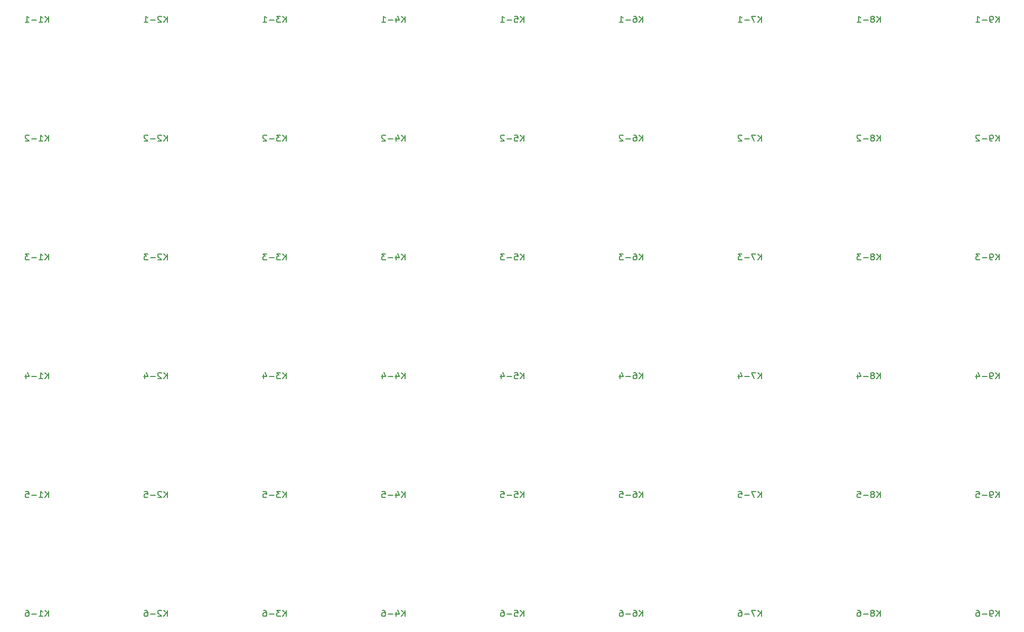
<source format=gbo>
%TF.GenerationSoftware,KiCad,Pcbnew,(5.1.9)-1*%
%TF.CreationDate,2021-04-23T02:49:01-06:00*%
%TF.ProjectId,Right Keyboard,52696768-7420-44b6-9579-626f6172642e,rev?*%
%TF.SameCoordinates,Original*%
%TF.FileFunction,Legend,Bot*%
%TF.FilePolarity,Positive*%
%FSLAX46Y46*%
G04 Gerber Fmt 4.6, Leading zero omitted, Abs format (unit mm)*
G04 Created by KiCad (PCBNEW (5.1.9)-1) date 2021-04-23 02:49:01*
%MOMM*%
%LPD*%
G01*
G04 APERTURE LIST*
%ADD10C,0.200000*%
G04 APERTURE END LIST*
%TO.C,K4-2*%
D10*
X163758333Y-52395380D02*
X163758333Y-51395380D01*
X163186904Y-52395380D02*
X163615476Y-51823952D01*
X163186904Y-51395380D02*
X163758333Y-51966809D01*
X162329761Y-51728714D02*
X162329761Y-52395380D01*
X162567857Y-51347761D02*
X162805952Y-52062047D01*
X162186904Y-52062047D01*
X161805952Y-52014428D02*
X161044047Y-52014428D01*
X160615476Y-51490619D02*
X160567857Y-51443000D01*
X160472619Y-51395380D01*
X160234523Y-51395380D01*
X160139285Y-51443000D01*
X160091666Y-51490619D01*
X160044047Y-51585857D01*
X160044047Y-51681095D01*
X160091666Y-51823952D01*
X160663095Y-52395380D01*
X160044047Y-52395380D01*
%TO.C,K7-6*%
X220908333Y-128595380D02*
X220908333Y-127595380D01*
X220336904Y-128595380D02*
X220765476Y-128023952D01*
X220336904Y-127595380D02*
X220908333Y-128166809D01*
X220003571Y-127595380D02*
X219336904Y-127595380D01*
X219765476Y-128595380D01*
X218955952Y-128214428D02*
X218194047Y-128214428D01*
X217289285Y-127595380D02*
X217479761Y-127595380D01*
X217575000Y-127643000D01*
X217622619Y-127690619D01*
X217717857Y-127833476D01*
X217765476Y-128023952D01*
X217765476Y-128404904D01*
X217717857Y-128500142D01*
X217670238Y-128547761D01*
X217575000Y-128595380D01*
X217384523Y-128595380D01*
X217289285Y-128547761D01*
X217241666Y-128500142D01*
X217194047Y-128404904D01*
X217194047Y-128166809D01*
X217241666Y-128071571D01*
X217289285Y-128023952D01*
X217384523Y-127976333D01*
X217575000Y-127976333D01*
X217670238Y-128023952D01*
X217717857Y-128071571D01*
X217765476Y-128166809D01*
%TO.C,K7-4*%
X220908333Y-90495380D02*
X220908333Y-89495380D01*
X220336904Y-90495380D02*
X220765476Y-89923952D01*
X220336904Y-89495380D02*
X220908333Y-90066809D01*
X220003571Y-89495380D02*
X219336904Y-89495380D01*
X219765476Y-90495380D01*
X218955952Y-90114428D02*
X218194047Y-90114428D01*
X217289285Y-89828714D02*
X217289285Y-90495380D01*
X217527380Y-89447761D02*
X217765476Y-90162047D01*
X217146428Y-90162047D01*
%TO.C,K1-1*%
X106608333Y-33345380D02*
X106608333Y-32345380D01*
X106036904Y-33345380D02*
X106465476Y-32773952D01*
X106036904Y-32345380D02*
X106608333Y-32916809D01*
X105084523Y-33345380D02*
X105655952Y-33345380D01*
X105370238Y-33345380D02*
X105370238Y-32345380D01*
X105465476Y-32488238D01*
X105560714Y-32583476D01*
X105655952Y-32631095D01*
X104655952Y-32964428D02*
X103894047Y-32964428D01*
X102894047Y-33345380D02*
X103465476Y-33345380D01*
X103179761Y-33345380D02*
X103179761Y-32345380D01*
X103275000Y-32488238D01*
X103370238Y-32583476D01*
X103465476Y-32631095D01*
%TO.C,K1-2*%
X106608333Y-52395380D02*
X106608333Y-51395380D01*
X106036904Y-52395380D02*
X106465476Y-51823952D01*
X106036904Y-51395380D02*
X106608333Y-51966809D01*
X105084523Y-52395380D02*
X105655952Y-52395380D01*
X105370238Y-52395380D02*
X105370238Y-51395380D01*
X105465476Y-51538238D01*
X105560714Y-51633476D01*
X105655952Y-51681095D01*
X104655952Y-52014428D02*
X103894047Y-52014428D01*
X103465476Y-51490619D02*
X103417857Y-51443000D01*
X103322619Y-51395380D01*
X103084523Y-51395380D01*
X102989285Y-51443000D01*
X102941666Y-51490619D01*
X102894047Y-51585857D01*
X102894047Y-51681095D01*
X102941666Y-51823952D01*
X103513095Y-52395380D01*
X102894047Y-52395380D01*
%TO.C,K1-3*%
X106608333Y-71445380D02*
X106608333Y-70445380D01*
X106036904Y-71445380D02*
X106465476Y-70873952D01*
X106036904Y-70445380D02*
X106608333Y-71016809D01*
X105084523Y-71445380D02*
X105655952Y-71445380D01*
X105370238Y-71445380D02*
X105370238Y-70445380D01*
X105465476Y-70588238D01*
X105560714Y-70683476D01*
X105655952Y-70731095D01*
X104655952Y-71064428D02*
X103894047Y-71064428D01*
X103513095Y-70445380D02*
X102894047Y-70445380D01*
X103227380Y-70826333D01*
X103084523Y-70826333D01*
X102989285Y-70873952D01*
X102941666Y-70921571D01*
X102894047Y-71016809D01*
X102894047Y-71254904D01*
X102941666Y-71350142D01*
X102989285Y-71397761D01*
X103084523Y-71445380D01*
X103370238Y-71445380D01*
X103465476Y-71397761D01*
X103513095Y-71350142D01*
%TO.C,K1-4*%
X106608333Y-90495380D02*
X106608333Y-89495380D01*
X106036904Y-90495380D02*
X106465476Y-89923952D01*
X106036904Y-89495380D02*
X106608333Y-90066809D01*
X105084523Y-90495380D02*
X105655952Y-90495380D01*
X105370238Y-90495380D02*
X105370238Y-89495380D01*
X105465476Y-89638238D01*
X105560714Y-89733476D01*
X105655952Y-89781095D01*
X104655952Y-90114428D02*
X103894047Y-90114428D01*
X102989285Y-89828714D02*
X102989285Y-90495380D01*
X103227380Y-89447761D02*
X103465476Y-90162047D01*
X102846428Y-90162047D01*
%TO.C,K1-5*%
X106608333Y-109545380D02*
X106608333Y-108545380D01*
X106036904Y-109545380D02*
X106465476Y-108973952D01*
X106036904Y-108545380D02*
X106608333Y-109116809D01*
X105084523Y-109545380D02*
X105655952Y-109545380D01*
X105370238Y-109545380D02*
X105370238Y-108545380D01*
X105465476Y-108688238D01*
X105560714Y-108783476D01*
X105655952Y-108831095D01*
X104655952Y-109164428D02*
X103894047Y-109164428D01*
X102941666Y-108545380D02*
X103417857Y-108545380D01*
X103465476Y-109021571D01*
X103417857Y-108973952D01*
X103322619Y-108926333D01*
X103084523Y-108926333D01*
X102989285Y-108973952D01*
X102941666Y-109021571D01*
X102894047Y-109116809D01*
X102894047Y-109354904D01*
X102941666Y-109450142D01*
X102989285Y-109497761D01*
X103084523Y-109545380D01*
X103322619Y-109545380D01*
X103417857Y-109497761D01*
X103465476Y-109450142D01*
%TO.C,K1-6*%
X106608333Y-128595380D02*
X106608333Y-127595380D01*
X106036904Y-128595380D02*
X106465476Y-128023952D01*
X106036904Y-127595380D02*
X106608333Y-128166809D01*
X105084523Y-128595380D02*
X105655952Y-128595380D01*
X105370238Y-128595380D02*
X105370238Y-127595380D01*
X105465476Y-127738238D01*
X105560714Y-127833476D01*
X105655952Y-127881095D01*
X104655952Y-128214428D02*
X103894047Y-128214428D01*
X102989285Y-127595380D02*
X103179761Y-127595380D01*
X103275000Y-127643000D01*
X103322619Y-127690619D01*
X103417857Y-127833476D01*
X103465476Y-128023952D01*
X103465476Y-128404904D01*
X103417857Y-128500142D01*
X103370238Y-128547761D01*
X103275000Y-128595380D01*
X103084523Y-128595380D01*
X102989285Y-128547761D01*
X102941666Y-128500142D01*
X102894047Y-128404904D01*
X102894047Y-128166809D01*
X102941666Y-128071571D01*
X102989285Y-128023952D01*
X103084523Y-127976333D01*
X103275000Y-127976333D01*
X103370238Y-128023952D01*
X103417857Y-128071571D01*
X103465476Y-128166809D01*
%TO.C,K2-1*%
X125658333Y-33345380D02*
X125658333Y-32345380D01*
X125086904Y-33345380D02*
X125515476Y-32773952D01*
X125086904Y-32345380D02*
X125658333Y-32916809D01*
X124705952Y-32440619D02*
X124658333Y-32393000D01*
X124563095Y-32345380D01*
X124325000Y-32345380D01*
X124229761Y-32393000D01*
X124182142Y-32440619D01*
X124134523Y-32535857D01*
X124134523Y-32631095D01*
X124182142Y-32773952D01*
X124753571Y-33345380D01*
X124134523Y-33345380D01*
X123705952Y-32964428D02*
X122944047Y-32964428D01*
X121944047Y-33345380D02*
X122515476Y-33345380D01*
X122229761Y-33345380D02*
X122229761Y-32345380D01*
X122325000Y-32488238D01*
X122420238Y-32583476D01*
X122515476Y-32631095D01*
%TO.C,K2-2*%
X125658333Y-52395380D02*
X125658333Y-51395380D01*
X125086904Y-52395380D02*
X125515476Y-51823952D01*
X125086904Y-51395380D02*
X125658333Y-51966809D01*
X124705952Y-51490619D02*
X124658333Y-51443000D01*
X124563095Y-51395380D01*
X124325000Y-51395380D01*
X124229761Y-51443000D01*
X124182142Y-51490619D01*
X124134523Y-51585857D01*
X124134523Y-51681095D01*
X124182142Y-51823952D01*
X124753571Y-52395380D01*
X124134523Y-52395380D01*
X123705952Y-52014428D02*
X122944047Y-52014428D01*
X122515476Y-51490619D02*
X122467857Y-51443000D01*
X122372619Y-51395380D01*
X122134523Y-51395380D01*
X122039285Y-51443000D01*
X121991666Y-51490619D01*
X121944047Y-51585857D01*
X121944047Y-51681095D01*
X121991666Y-51823952D01*
X122563095Y-52395380D01*
X121944047Y-52395380D01*
%TO.C,K2-3*%
X125658333Y-71445380D02*
X125658333Y-70445380D01*
X125086904Y-71445380D02*
X125515476Y-70873952D01*
X125086904Y-70445380D02*
X125658333Y-71016809D01*
X124705952Y-70540619D02*
X124658333Y-70493000D01*
X124563095Y-70445380D01*
X124325000Y-70445380D01*
X124229761Y-70493000D01*
X124182142Y-70540619D01*
X124134523Y-70635857D01*
X124134523Y-70731095D01*
X124182142Y-70873952D01*
X124753571Y-71445380D01*
X124134523Y-71445380D01*
X123705952Y-71064428D02*
X122944047Y-71064428D01*
X122563095Y-70445380D02*
X121944047Y-70445380D01*
X122277380Y-70826333D01*
X122134523Y-70826333D01*
X122039285Y-70873952D01*
X121991666Y-70921571D01*
X121944047Y-71016809D01*
X121944047Y-71254904D01*
X121991666Y-71350142D01*
X122039285Y-71397761D01*
X122134523Y-71445380D01*
X122420238Y-71445380D01*
X122515476Y-71397761D01*
X122563095Y-71350142D01*
%TO.C,K2-4*%
X125658333Y-90495380D02*
X125658333Y-89495380D01*
X125086904Y-90495380D02*
X125515476Y-89923952D01*
X125086904Y-89495380D02*
X125658333Y-90066809D01*
X124705952Y-89590619D02*
X124658333Y-89543000D01*
X124563095Y-89495380D01*
X124325000Y-89495380D01*
X124229761Y-89543000D01*
X124182142Y-89590619D01*
X124134523Y-89685857D01*
X124134523Y-89781095D01*
X124182142Y-89923952D01*
X124753571Y-90495380D01*
X124134523Y-90495380D01*
X123705952Y-90114428D02*
X122944047Y-90114428D01*
X122039285Y-89828714D02*
X122039285Y-90495380D01*
X122277380Y-89447761D02*
X122515476Y-90162047D01*
X121896428Y-90162047D01*
%TO.C,K2-5*%
X125658333Y-109545380D02*
X125658333Y-108545380D01*
X125086904Y-109545380D02*
X125515476Y-108973952D01*
X125086904Y-108545380D02*
X125658333Y-109116809D01*
X124705952Y-108640619D02*
X124658333Y-108593000D01*
X124563095Y-108545380D01*
X124325000Y-108545380D01*
X124229761Y-108593000D01*
X124182142Y-108640619D01*
X124134523Y-108735857D01*
X124134523Y-108831095D01*
X124182142Y-108973952D01*
X124753571Y-109545380D01*
X124134523Y-109545380D01*
X123705952Y-109164428D02*
X122944047Y-109164428D01*
X121991666Y-108545380D02*
X122467857Y-108545380D01*
X122515476Y-109021571D01*
X122467857Y-108973952D01*
X122372619Y-108926333D01*
X122134523Y-108926333D01*
X122039285Y-108973952D01*
X121991666Y-109021571D01*
X121944047Y-109116809D01*
X121944047Y-109354904D01*
X121991666Y-109450142D01*
X122039285Y-109497761D01*
X122134523Y-109545380D01*
X122372619Y-109545380D01*
X122467857Y-109497761D01*
X122515476Y-109450142D01*
%TO.C,K2-6*%
X125658333Y-128595380D02*
X125658333Y-127595380D01*
X125086904Y-128595380D02*
X125515476Y-128023952D01*
X125086904Y-127595380D02*
X125658333Y-128166809D01*
X124705952Y-127690619D02*
X124658333Y-127643000D01*
X124563095Y-127595380D01*
X124325000Y-127595380D01*
X124229761Y-127643000D01*
X124182142Y-127690619D01*
X124134523Y-127785857D01*
X124134523Y-127881095D01*
X124182142Y-128023952D01*
X124753571Y-128595380D01*
X124134523Y-128595380D01*
X123705952Y-128214428D02*
X122944047Y-128214428D01*
X122039285Y-127595380D02*
X122229761Y-127595380D01*
X122325000Y-127643000D01*
X122372619Y-127690619D01*
X122467857Y-127833476D01*
X122515476Y-128023952D01*
X122515476Y-128404904D01*
X122467857Y-128500142D01*
X122420238Y-128547761D01*
X122325000Y-128595380D01*
X122134523Y-128595380D01*
X122039285Y-128547761D01*
X121991666Y-128500142D01*
X121944047Y-128404904D01*
X121944047Y-128166809D01*
X121991666Y-128071571D01*
X122039285Y-128023952D01*
X122134523Y-127976333D01*
X122325000Y-127976333D01*
X122420238Y-128023952D01*
X122467857Y-128071571D01*
X122515476Y-128166809D01*
%TO.C,K3-1*%
X144708333Y-33345380D02*
X144708333Y-32345380D01*
X144136904Y-33345380D02*
X144565476Y-32773952D01*
X144136904Y-32345380D02*
X144708333Y-32916809D01*
X143803571Y-32345380D02*
X143184523Y-32345380D01*
X143517857Y-32726333D01*
X143375000Y-32726333D01*
X143279761Y-32773952D01*
X143232142Y-32821571D01*
X143184523Y-32916809D01*
X143184523Y-33154904D01*
X143232142Y-33250142D01*
X143279761Y-33297761D01*
X143375000Y-33345380D01*
X143660714Y-33345380D01*
X143755952Y-33297761D01*
X143803571Y-33250142D01*
X142755952Y-32964428D02*
X141994047Y-32964428D01*
X140994047Y-33345380D02*
X141565476Y-33345380D01*
X141279761Y-33345380D02*
X141279761Y-32345380D01*
X141375000Y-32488238D01*
X141470238Y-32583476D01*
X141565476Y-32631095D01*
%TO.C,K3-2*%
X144708333Y-52395380D02*
X144708333Y-51395380D01*
X144136904Y-52395380D02*
X144565476Y-51823952D01*
X144136904Y-51395380D02*
X144708333Y-51966809D01*
X143803571Y-51395380D02*
X143184523Y-51395380D01*
X143517857Y-51776333D01*
X143375000Y-51776333D01*
X143279761Y-51823952D01*
X143232142Y-51871571D01*
X143184523Y-51966809D01*
X143184523Y-52204904D01*
X143232142Y-52300142D01*
X143279761Y-52347761D01*
X143375000Y-52395380D01*
X143660714Y-52395380D01*
X143755952Y-52347761D01*
X143803571Y-52300142D01*
X142755952Y-52014428D02*
X141994047Y-52014428D01*
X141565476Y-51490619D02*
X141517857Y-51443000D01*
X141422619Y-51395380D01*
X141184523Y-51395380D01*
X141089285Y-51443000D01*
X141041666Y-51490619D01*
X140994047Y-51585857D01*
X140994047Y-51681095D01*
X141041666Y-51823952D01*
X141613095Y-52395380D01*
X140994047Y-52395380D01*
%TO.C,K3-3*%
X144708333Y-71445380D02*
X144708333Y-70445380D01*
X144136904Y-71445380D02*
X144565476Y-70873952D01*
X144136904Y-70445380D02*
X144708333Y-71016809D01*
X143803571Y-70445380D02*
X143184523Y-70445380D01*
X143517857Y-70826333D01*
X143375000Y-70826333D01*
X143279761Y-70873952D01*
X143232142Y-70921571D01*
X143184523Y-71016809D01*
X143184523Y-71254904D01*
X143232142Y-71350142D01*
X143279761Y-71397761D01*
X143375000Y-71445380D01*
X143660714Y-71445380D01*
X143755952Y-71397761D01*
X143803571Y-71350142D01*
X142755952Y-71064428D02*
X141994047Y-71064428D01*
X141613095Y-70445380D02*
X140994047Y-70445380D01*
X141327380Y-70826333D01*
X141184523Y-70826333D01*
X141089285Y-70873952D01*
X141041666Y-70921571D01*
X140994047Y-71016809D01*
X140994047Y-71254904D01*
X141041666Y-71350142D01*
X141089285Y-71397761D01*
X141184523Y-71445380D01*
X141470238Y-71445380D01*
X141565476Y-71397761D01*
X141613095Y-71350142D01*
%TO.C,K3-4*%
X144708333Y-90495380D02*
X144708333Y-89495380D01*
X144136904Y-90495380D02*
X144565476Y-89923952D01*
X144136904Y-89495380D02*
X144708333Y-90066809D01*
X143803571Y-89495380D02*
X143184523Y-89495380D01*
X143517857Y-89876333D01*
X143375000Y-89876333D01*
X143279761Y-89923952D01*
X143232142Y-89971571D01*
X143184523Y-90066809D01*
X143184523Y-90304904D01*
X143232142Y-90400142D01*
X143279761Y-90447761D01*
X143375000Y-90495380D01*
X143660714Y-90495380D01*
X143755952Y-90447761D01*
X143803571Y-90400142D01*
X142755952Y-90114428D02*
X141994047Y-90114428D01*
X141089285Y-89828714D02*
X141089285Y-90495380D01*
X141327380Y-89447761D02*
X141565476Y-90162047D01*
X140946428Y-90162047D01*
%TO.C,K3-5*%
X144708333Y-109545380D02*
X144708333Y-108545380D01*
X144136904Y-109545380D02*
X144565476Y-108973952D01*
X144136904Y-108545380D02*
X144708333Y-109116809D01*
X143803571Y-108545380D02*
X143184523Y-108545380D01*
X143517857Y-108926333D01*
X143375000Y-108926333D01*
X143279761Y-108973952D01*
X143232142Y-109021571D01*
X143184523Y-109116809D01*
X143184523Y-109354904D01*
X143232142Y-109450142D01*
X143279761Y-109497761D01*
X143375000Y-109545380D01*
X143660714Y-109545380D01*
X143755952Y-109497761D01*
X143803571Y-109450142D01*
X142755952Y-109164428D02*
X141994047Y-109164428D01*
X141041666Y-108545380D02*
X141517857Y-108545380D01*
X141565476Y-109021571D01*
X141517857Y-108973952D01*
X141422619Y-108926333D01*
X141184523Y-108926333D01*
X141089285Y-108973952D01*
X141041666Y-109021571D01*
X140994047Y-109116809D01*
X140994047Y-109354904D01*
X141041666Y-109450142D01*
X141089285Y-109497761D01*
X141184523Y-109545380D01*
X141422619Y-109545380D01*
X141517857Y-109497761D01*
X141565476Y-109450142D01*
%TO.C,K3-6*%
X144708333Y-128595380D02*
X144708333Y-127595380D01*
X144136904Y-128595380D02*
X144565476Y-128023952D01*
X144136904Y-127595380D02*
X144708333Y-128166809D01*
X143803571Y-127595380D02*
X143184523Y-127595380D01*
X143517857Y-127976333D01*
X143375000Y-127976333D01*
X143279761Y-128023952D01*
X143232142Y-128071571D01*
X143184523Y-128166809D01*
X143184523Y-128404904D01*
X143232142Y-128500142D01*
X143279761Y-128547761D01*
X143375000Y-128595380D01*
X143660714Y-128595380D01*
X143755952Y-128547761D01*
X143803571Y-128500142D01*
X142755952Y-128214428D02*
X141994047Y-128214428D01*
X141089285Y-127595380D02*
X141279761Y-127595380D01*
X141375000Y-127643000D01*
X141422619Y-127690619D01*
X141517857Y-127833476D01*
X141565476Y-128023952D01*
X141565476Y-128404904D01*
X141517857Y-128500142D01*
X141470238Y-128547761D01*
X141375000Y-128595380D01*
X141184523Y-128595380D01*
X141089285Y-128547761D01*
X141041666Y-128500142D01*
X140994047Y-128404904D01*
X140994047Y-128166809D01*
X141041666Y-128071571D01*
X141089285Y-128023952D01*
X141184523Y-127976333D01*
X141375000Y-127976333D01*
X141470238Y-128023952D01*
X141517857Y-128071571D01*
X141565476Y-128166809D01*
%TO.C,K4-1*%
X163758333Y-33345380D02*
X163758333Y-32345380D01*
X163186904Y-33345380D02*
X163615476Y-32773952D01*
X163186904Y-32345380D02*
X163758333Y-32916809D01*
X162329761Y-32678714D02*
X162329761Y-33345380D01*
X162567857Y-32297761D02*
X162805952Y-33012047D01*
X162186904Y-33012047D01*
X161805952Y-32964428D02*
X161044047Y-32964428D01*
X160044047Y-33345380D02*
X160615476Y-33345380D01*
X160329761Y-33345380D02*
X160329761Y-32345380D01*
X160425000Y-32488238D01*
X160520238Y-32583476D01*
X160615476Y-32631095D01*
%TO.C,K4-3*%
X163758333Y-71445380D02*
X163758333Y-70445380D01*
X163186904Y-71445380D02*
X163615476Y-70873952D01*
X163186904Y-70445380D02*
X163758333Y-71016809D01*
X162329761Y-70778714D02*
X162329761Y-71445380D01*
X162567857Y-70397761D02*
X162805952Y-71112047D01*
X162186904Y-71112047D01*
X161805952Y-71064428D02*
X161044047Y-71064428D01*
X160663095Y-70445380D02*
X160044047Y-70445380D01*
X160377380Y-70826333D01*
X160234523Y-70826333D01*
X160139285Y-70873952D01*
X160091666Y-70921571D01*
X160044047Y-71016809D01*
X160044047Y-71254904D01*
X160091666Y-71350142D01*
X160139285Y-71397761D01*
X160234523Y-71445380D01*
X160520238Y-71445380D01*
X160615476Y-71397761D01*
X160663095Y-71350142D01*
%TO.C,K4-4*%
X163758333Y-90495380D02*
X163758333Y-89495380D01*
X163186904Y-90495380D02*
X163615476Y-89923952D01*
X163186904Y-89495380D02*
X163758333Y-90066809D01*
X162329761Y-89828714D02*
X162329761Y-90495380D01*
X162567857Y-89447761D02*
X162805952Y-90162047D01*
X162186904Y-90162047D01*
X161805952Y-90114428D02*
X161044047Y-90114428D01*
X160139285Y-89828714D02*
X160139285Y-90495380D01*
X160377380Y-89447761D02*
X160615476Y-90162047D01*
X159996428Y-90162047D01*
%TO.C,K4-5*%
X163758333Y-109545380D02*
X163758333Y-108545380D01*
X163186904Y-109545380D02*
X163615476Y-108973952D01*
X163186904Y-108545380D02*
X163758333Y-109116809D01*
X162329761Y-108878714D02*
X162329761Y-109545380D01*
X162567857Y-108497761D02*
X162805952Y-109212047D01*
X162186904Y-109212047D01*
X161805952Y-109164428D02*
X161044047Y-109164428D01*
X160091666Y-108545380D02*
X160567857Y-108545380D01*
X160615476Y-109021571D01*
X160567857Y-108973952D01*
X160472619Y-108926333D01*
X160234523Y-108926333D01*
X160139285Y-108973952D01*
X160091666Y-109021571D01*
X160044047Y-109116809D01*
X160044047Y-109354904D01*
X160091666Y-109450142D01*
X160139285Y-109497761D01*
X160234523Y-109545380D01*
X160472619Y-109545380D01*
X160567857Y-109497761D01*
X160615476Y-109450142D01*
%TO.C,K4-6*%
X163758333Y-128595380D02*
X163758333Y-127595380D01*
X163186904Y-128595380D02*
X163615476Y-128023952D01*
X163186904Y-127595380D02*
X163758333Y-128166809D01*
X162329761Y-127928714D02*
X162329761Y-128595380D01*
X162567857Y-127547761D02*
X162805952Y-128262047D01*
X162186904Y-128262047D01*
X161805952Y-128214428D02*
X161044047Y-128214428D01*
X160139285Y-127595380D02*
X160329761Y-127595380D01*
X160425000Y-127643000D01*
X160472619Y-127690619D01*
X160567857Y-127833476D01*
X160615476Y-128023952D01*
X160615476Y-128404904D01*
X160567857Y-128500142D01*
X160520238Y-128547761D01*
X160425000Y-128595380D01*
X160234523Y-128595380D01*
X160139285Y-128547761D01*
X160091666Y-128500142D01*
X160044047Y-128404904D01*
X160044047Y-128166809D01*
X160091666Y-128071571D01*
X160139285Y-128023952D01*
X160234523Y-127976333D01*
X160425000Y-127976333D01*
X160520238Y-128023952D01*
X160567857Y-128071571D01*
X160615476Y-128166809D01*
%TO.C,K5-1*%
X182808333Y-33345380D02*
X182808333Y-32345380D01*
X182236904Y-33345380D02*
X182665476Y-32773952D01*
X182236904Y-32345380D02*
X182808333Y-32916809D01*
X181332142Y-32345380D02*
X181808333Y-32345380D01*
X181855952Y-32821571D01*
X181808333Y-32773952D01*
X181713095Y-32726333D01*
X181475000Y-32726333D01*
X181379761Y-32773952D01*
X181332142Y-32821571D01*
X181284523Y-32916809D01*
X181284523Y-33154904D01*
X181332142Y-33250142D01*
X181379761Y-33297761D01*
X181475000Y-33345380D01*
X181713095Y-33345380D01*
X181808333Y-33297761D01*
X181855952Y-33250142D01*
X180855952Y-32964428D02*
X180094047Y-32964428D01*
X179094047Y-33345380D02*
X179665476Y-33345380D01*
X179379761Y-33345380D02*
X179379761Y-32345380D01*
X179475000Y-32488238D01*
X179570238Y-32583476D01*
X179665476Y-32631095D01*
%TO.C,K5-2*%
X182808333Y-52395380D02*
X182808333Y-51395380D01*
X182236904Y-52395380D02*
X182665476Y-51823952D01*
X182236904Y-51395380D02*
X182808333Y-51966809D01*
X181332142Y-51395380D02*
X181808333Y-51395380D01*
X181855952Y-51871571D01*
X181808333Y-51823952D01*
X181713095Y-51776333D01*
X181475000Y-51776333D01*
X181379761Y-51823952D01*
X181332142Y-51871571D01*
X181284523Y-51966809D01*
X181284523Y-52204904D01*
X181332142Y-52300142D01*
X181379761Y-52347761D01*
X181475000Y-52395380D01*
X181713095Y-52395380D01*
X181808333Y-52347761D01*
X181855952Y-52300142D01*
X180855952Y-52014428D02*
X180094047Y-52014428D01*
X179665476Y-51490619D02*
X179617857Y-51443000D01*
X179522619Y-51395380D01*
X179284523Y-51395380D01*
X179189285Y-51443000D01*
X179141666Y-51490619D01*
X179094047Y-51585857D01*
X179094047Y-51681095D01*
X179141666Y-51823952D01*
X179713095Y-52395380D01*
X179094047Y-52395380D01*
%TO.C,K5-3*%
X182808333Y-71445380D02*
X182808333Y-70445380D01*
X182236904Y-71445380D02*
X182665476Y-70873952D01*
X182236904Y-70445380D02*
X182808333Y-71016809D01*
X181332142Y-70445380D02*
X181808333Y-70445380D01*
X181855952Y-70921571D01*
X181808333Y-70873952D01*
X181713095Y-70826333D01*
X181475000Y-70826333D01*
X181379761Y-70873952D01*
X181332142Y-70921571D01*
X181284523Y-71016809D01*
X181284523Y-71254904D01*
X181332142Y-71350142D01*
X181379761Y-71397761D01*
X181475000Y-71445380D01*
X181713095Y-71445380D01*
X181808333Y-71397761D01*
X181855952Y-71350142D01*
X180855952Y-71064428D02*
X180094047Y-71064428D01*
X179713095Y-70445380D02*
X179094047Y-70445380D01*
X179427380Y-70826333D01*
X179284523Y-70826333D01*
X179189285Y-70873952D01*
X179141666Y-70921571D01*
X179094047Y-71016809D01*
X179094047Y-71254904D01*
X179141666Y-71350142D01*
X179189285Y-71397761D01*
X179284523Y-71445380D01*
X179570238Y-71445380D01*
X179665476Y-71397761D01*
X179713095Y-71350142D01*
%TO.C,K5-4*%
X182808333Y-90495380D02*
X182808333Y-89495380D01*
X182236904Y-90495380D02*
X182665476Y-89923952D01*
X182236904Y-89495380D02*
X182808333Y-90066809D01*
X181332142Y-89495380D02*
X181808333Y-89495380D01*
X181855952Y-89971571D01*
X181808333Y-89923952D01*
X181713095Y-89876333D01*
X181475000Y-89876333D01*
X181379761Y-89923952D01*
X181332142Y-89971571D01*
X181284523Y-90066809D01*
X181284523Y-90304904D01*
X181332142Y-90400142D01*
X181379761Y-90447761D01*
X181475000Y-90495380D01*
X181713095Y-90495380D01*
X181808333Y-90447761D01*
X181855952Y-90400142D01*
X180855952Y-90114428D02*
X180094047Y-90114428D01*
X179189285Y-89828714D02*
X179189285Y-90495380D01*
X179427380Y-89447761D02*
X179665476Y-90162047D01*
X179046428Y-90162047D01*
%TO.C,K5-5*%
X182808333Y-109545380D02*
X182808333Y-108545380D01*
X182236904Y-109545380D02*
X182665476Y-108973952D01*
X182236904Y-108545380D02*
X182808333Y-109116809D01*
X181332142Y-108545380D02*
X181808333Y-108545380D01*
X181855952Y-109021571D01*
X181808333Y-108973952D01*
X181713095Y-108926333D01*
X181475000Y-108926333D01*
X181379761Y-108973952D01*
X181332142Y-109021571D01*
X181284523Y-109116809D01*
X181284523Y-109354904D01*
X181332142Y-109450142D01*
X181379761Y-109497761D01*
X181475000Y-109545380D01*
X181713095Y-109545380D01*
X181808333Y-109497761D01*
X181855952Y-109450142D01*
X180855952Y-109164428D02*
X180094047Y-109164428D01*
X179141666Y-108545380D02*
X179617857Y-108545380D01*
X179665476Y-109021571D01*
X179617857Y-108973952D01*
X179522619Y-108926333D01*
X179284523Y-108926333D01*
X179189285Y-108973952D01*
X179141666Y-109021571D01*
X179094047Y-109116809D01*
X179094047Y-109354904D01*
X179141666Y-109450142D01*
X179189285Y-109497761D01*
X179284523Y-109545380D01*
X179522619Y-109545380D01*
X179617857Y-109497761D01*
X179665476Y-109450142D01*
%TO.C,K5-6*%
X182808333Y-128595380D02*
X182808333Y-127595380D01*
X182236904Y-128595380D02*
X182665476Y-128023952D01*
X182236904Y-127595380D02*
X182808333Y-128166809D01*
X181332142Y-127595380D02*
X181808333Y-127595380D01*
X181855952Y-128071571D01*
X181808333Y-128023952D01*
X181713095Y-127976333D01*
X181475000Y-127976333D01*
X181379761Y-128023952D01*
X181332142Y-128071571D01*
X181284523Y-128166809D01*
X181284523Y-128404904D01*
X181332142Y-128500142D01*
X181379761Y-128547761D01*
X181475000Y-128595380D01*
X181713095Y-128595380D01*
X181808333Y-128547761D01*
X181855952Y-128500142D01*
X180855952Y-128214428D02*
X180094047Y-128214428D01*
X179189285Y-127595380D02*
X179379761Y-127595380D01*
X179475000Y-127643000D01*
X179522619Y-127690619D01*
X179617857Y-127833476D01*
X179665476Y-128023952D01*
X179665476Y-128404904D01*
X179617857Y-128500142D01*
X179570238Y-128547761D01*
X179475000Y-128595380D01*
X179284523Y-128595380D01*
X179189285Y-128547761D01*
X179141666Y-128500142D01*
X179094047Y-128404904D01*
X179094047Y-128166809D01*
X179141666Y-128071571D01*
X179189285Y-128023952D01*
X179284523Y-127976333D01*
X179475000Y-127976333D01*
X179570238Y-128023952D01*
X179617857Y-128071571D01*
X179665476Y-128166809D01*
%TO.C,K6-1*%
X201858333Y-33345380D02*
X201858333Y-32345380D01*
X201286904Y-33345380D02*
X201715476Y-32773952D01*
X201286904Y-32345380D02*
X201858333Y-32916809D01*
X200429761Y-32345380D02*
X200620238Y-32345380D01*
X200715476Y-32393000D01*
X200763095Y-32440619D01*
X200858333Y-32583476D01*
X200905952Y-32773952D01*
X200905952Y-33154904D01*
X200858333Y-33250142D01*
X200810714Y-33297761D01*
X200715476Y-33345380D01*
X200525000Y-33345380D01*
X200429761Y-33297761D01*
X200382142Y-33250142D01*
X200334523Y-33154904D01*
X200334523Y-32916809D01*
X200382142Y-32821571D01*
X200429761Y-32773952D01*
X200525000Y-32726333D01*
X200715476Y-32726333D01*
X200810714Y-32773952D01*
X200858333Y-32821571D01*
X200905952Y-32916809D01*
X199905952Y-32964428D02*
X199144047Y-32964428D01*
X198144047Y-33345380D02*
X198715476Y-33345380D01*
X198429761Y-33345380D02*
X198429761Y-32345380D01*
X198525000Y-32488238D01*
X198620238Y-32583476D01*
X198715476Y-32631095D01*
%TO.C,K6-2*%
X201858333Y-52395380D02*
X201858333Y-51395380D01*
X201286904Y-52395380D02*
X201715476Y-51823952D01*
X201286904Y-51395380D02*
X201858333Y-51966809D01*
X200429761Y-51395380D02*
X200620238Y-51395380D01*
X200715476Y-51443000D01*
X200763095Y-51490619D01*
X200858333Y-51633476D01*
X200905952Y-51823952D01*
X200905952Y-52204904D01*
X200858333Y-52300142D01*
X200810714Y-52347761D01*
X200715476Y-52395380D01*
X200525000Y-52395380D01*
X200429761Y-52347761D01*
X200382142Y-52300142D01*
X200334523Y-52204904D01*
X200334523Y-51966809D01*
X200382142Y-51871571D01*
X200429761Y-51823952D01*
X200525000Y-51776333D01*
X200715476Y-51776333D01*
X200810714Y-51823952D01*
X200858333Y-51871571D01*
X200905952Y-51966809D01*
X199905952Y-52014428D02*
X199144047Y-52014428D01*
X198715476Y-51490619D02*
X198667857Y-51443000D01*
X198572619Y-51395380D01*
X198334523Y-51395380D01*
X198239285Y-51443000D01*
X198191666Y-51490619D01*
X198144047Y-51585857D01*
X198144047Y-51681095D01*
X198191666Y-51823952D01*
X198763095Y-52395380D01*
X198144047Y-52395380D01*
%TO.C,K6-3*%
X201858333Y-71445380D02*
X201858333Y-70445380D01*
X201286904Y-71445380D02*
X201715476Y-70873952D01*
X201286904Y-70445380D02*
X201858333Y-71016809D01*
X200429761Y-70445380D02*
X200620238Y-70445380D01*
X200715476Y-70493000D01*
X200763095Y-70540619D01*
X200858333Y-70683476D01*
X200905952Y-70873952D01*
X200905952Y-71254904D01*
X200858333Y-71350142D01*
X200810714Y-71397761D01*
X200715476Y-71445380D01*
X200525000Y-71445380D01*
X200429761Y-71397761D01*
X200382142Y-71350142D01*
X200334523Y-71254904D01*
X200334523Y-71016809D01*
X200382142Y-70921571D01*
X200429761Y-70873952D01*
X200525000Y-70826333D01*
X200715476Y-70826333D01*
X200810714Y-70873952D01*
X200858333Y-70921571D01*
X200905952Y-71016809D01*
X199905952Y-71064428D02*
X199144047Y-71064428D01*
X198763095Y-70445380D02*
X198144047Y-70445380D01*
X198477380Y-70826333D01*
X198334523Y-70826333D01*
X198239285Y-70873952D01*
X198191666Y-70921571D01*
X198144047Y-71016809D01*
X198144047Y-71254904D01*
X198191666Y-71350142D01*
X198239285Y-71397761D01*
X198334523Y-71445380D01*
X198620238Y-71445380D01*
X198715476Y-71397761D01*
X198763095Y-71350142D01*
%TO.C,K6-4*%
X201858333Y-90495380D02*
X201858333Y-89495380D01*
X201286904Y-90495380D02*
X201715476Y-89923952D01*
X201286904Y-89495380D02*
X201858333Y-90066809D01*
X200429761Y-89495380D02*
X200620238Y-89495380D01*
X200715476Y-89543000D01*
X200763095Y-89590619D01*
X200858333Y-89733476D01*
X200905952Y-89923952D01*
X200905952Y-90304904D01*
X200858333Y-90400142D01*
X200810714Y-90447761D01*
X200715476Y-90495380D01*
X200525000Y-90495380D01*
X200429761Y-90447761D01*
X200382142Y-90400142D01*
X200334523Y-90304904D01*
X200334523Y-90066809D01*
X200382142Y-89971571D01*
X200429761Y-89923952D01*
X200525000Y-89876333D01*
X200715476Y-89876333D01*
X200810714Y-89923952D01*
X200858333Y-89971571D01*
X200905952Y-90066809D01*
X199905952Y-90114428D02*
X199144047Y-90114428D01*
X198239285Y-89828714D02*
X198239285Y-90495380D01*
X198477380Y-89447761D02*
X198715476Y-90162047D01*
X198096428Y-90162047D01*
%TO.C,K6-5*%
X201858333Y-109545380D02*
X201858333Y-108545380D01*
X201286904Y-109545380D02*
X201715476Y-108973952D01*
X201286904Y-108545380D02*
X201858333Y-109116809D01*
X200429761Y-108545380D02*
X200620238Y-108545380D01*
X200715476Y-108593000D01*
X200763095Y-108640619D01*
X200858333Y-108783476D01*
X200905952Y-108973952D01*
X200905952Y-109354904D01*
X200858333Y-109450142D01*
X200810714Y-109497761D01*
X200715476Y-109545380D01*
X200525000Y-109545380D01*
X200429761Y-109497761D01*
X200382142Y-109450142D01*
X200334523Y-109354904D01*
X200334523Y-109116809D01*
X200382142Y-109021571D01*
X200429761Y-108973952D01*
X200525000Y-108926333D01*
X200715476Y-108926333D01*
X200810714Y-108973952D01*
X200858333Y-109021571D01*
X200905952Y-109116809D01*
X199905952Y-109164428D02*
X199144047Y-109164428D01*
X198191666Y-108545380D02*
X198667857Y-108545380D01*
X198715476Y-109021571D01*
X198667857Y-108973952D01*
X198572619Y-108926333D01*
X198334523Y-108926333D01*
X198239285Y-108973952D01*
X198191666Y-109021571D01*
X198144047Y-109116809D01*
X198144047Y-109354904D01*
X198191666Y-109450142D01*
X198239285Y-109497761D01*
X198334523Y-109545380D01*
X198572619Y-109545380D01*
X198667857Y-109497761D01*
X198715476Y-109450142D01*
%TO.C,K6-6*%
X201858333Y-128595380D02*
X201858333Y-127595380D01*
X201286904Y-128595380D02*
X201715476Y-128023952D01*
X201286904Y-127595380D02*
X201858333Y-128166809D01*
X200429761Y-127595380D02*
X200620238Y-127595380D01*
X200715476Y-127643000D01*
X200763095Y-127690619D01*
X200858333Y-127833476D01*
X200905952Y-128023952D01*
X200905952Y-128404904D01*
X200858333Y-128500142D01*
X200810714Y-128547761D01*
X200715476Y-128595380D01*
X200525000Y-128595380D01*
X200429761Y-128547761D01*
X200382142Y-128500142D01*
X200334523Y-128404904D01*
X200334523Y-128166809D01*
X200382142Y-128071571D01*
X200429761Y-128023952D01*
X200525000Y-127976333D01*
X200715476Y-127976333D01*
X200810714Y-128023952D01*
X200858333Y-128071571D01*
X200905952Y-128166809D01*
X199905952Y-128214428D02*
X199144047Y-128214428D01*
X198239285Y-127595380D02*
X198429761Y-127595380D01*
X198525000Y-127643000D01*
X198572619Y-127690619D01*
X198667857Y-127833476D01*
X198715476Y-128023952D01*
X198715476Y-128404904D01*
X198667857Y-128500142D01*
X198620238Y-128547761D01*
X198525000Y-128595380D01*
X198334523Y-128595380D01*
X198239285Y-128547761D01*
X198191666Y-128500142D01*
X198144047Y-128404904D01*
X198144047Y-128166809D01*
X198191666Y-128071571D01*
X198239285Y-128023952D01*
X198334523Y-127976333D01*
X198525000Y-127976333D01*
X198620238Y-128023952D01*
X198667857Y-128071571D01*
X198715476Y-128166809D01*
%TO.C,K7-1*%
X220908333Y-33345380D02*
X220908333Y-32345380D01*
X220336904Y-33345380D02*
X220765476Y-32773952D01*
X220336904Y-32345380D02*
X220908333Y-32916809D01*
X220003571Y-32345380D02*
X219336904Y-32345380D01*
X219765476Y-33345380D01*
X218955952Y-32964428D02*
X218194047Y-32964428D01*
X217194047Y-33345380D02*
X217765476Y-33345380D01*
X217479761Y-33345380D02*
X217479761Y-32345380D01*
X217575000Y-32488238D01*
X217670238Y-32583476D01*
X217765476Y-32631095D01*
%TO.C,K7-2*%
X220908333Y-52395380D02*
X220908333Y-51395380D01*
X220336904Y-52395380D02*
X220765476Y-51823952D01*
X220336904Y-51395380D02*
X220908333Y-51966809D01*
X220003571Y-51395380D02*
X219336904Y-51395380D01*
X219765476Y-52395380D01*
X218955952Y-52014428D02*
X218194047Y-52014428D01*
X217765476Y-51490619D02*
X217717857Y-51443000D01*
X217622619Y-51395380D01*
X217384523Y-51395380D01*
X217289285Y-51443000D01*
X217241666Y-51490619D01*
X217194047Y-51585857D01*
X217194047Y-51681095D01*
X217241666Y-51823952D01*
X217813095Y-52395380D01*
X217194047Y-52395380D01*
%TO.C,K7-3*%
X220908333Y-71445380D02*
X220908333Y-70445380D01*
X220336904Y-71445380D02*
X220765476Y-70873952D01*
X220336904Y-70445380D02*
X220908333Y-71016809D01*
X220003571Y-70445380D02*
X219336904Y-70445380D01*
X219765476Y-71445380D01*
X218955952Y-71064428D02*
X218194047Y-71064428D01*
X217813095Y-70445380D02*
X217194047Y-70445380D01*
X217527380Y-70826333D01*
X217384523Y-70826333D01*
X217289285Y-70873952D01*
X217241666Y-70921571D01*
X217194047Y-71016809D01*
X217194047Y-71254904D01*
X217241666Y-71350142D01*
X217289285Y-71397761D01*
X217384523Y-71445380D01*
X217670238Y-71445380D01*
X217765476Y-71397761D01*
X217813095Y-71350142D01*
%TO.C,K7-5*%
X220908333Y-109545380D02*
X220908333Y-108545380D01*
X220336904Y-109545380D02*
X220765476Y-108973952D01*
X220336904Y-108545380D02*
X220908333Y-109116809D01*
X220003571Y-108545380D02*
X219336904Y-108545380D01*
X219765476Y-109545380D01*
X218955952Y-109164428D02*
X218194047Y-109164428D01*
X217241666Y-108545380D02*
X217717857Y-108545380D01*
X217765476Y-109021571D01*
X217717857Y-108973952D01*
X217622619Y-108926333D01*
X217384523Y-108926333D01*
X217289285Y-108973952D01*
X217241666Y-109021571D01*
X217194047Y-109116809D01*
X217194047Y-109354904D01*
X217241666Y-109450142D01*
X217289285Y-109497761D01*
X217384523Y-109545380D01*
X217622619Y-109545380D01*
X217717857Y-109497761D01*
X217765476Y-109450142D01*
%TO.C,K8-1*%
X239958333Y-33345380D02*
X239958333Y-32345380D01*
X239386904Y-33345380D02*
X239815476Y-32773952D01*
X239386904Y-32345380D02*
X239958333Y-32916809D01*
X238815476Y-32773952D02*
X238910714Y-32726333D01*
X238958333Y-32678714D01*
X239005952Y-32583476D01*
X239005952Y-32535857D01*
X238958333Y-32440619D01*
X238910714Y-32393000D01*
X238815476Y-32345380D01*
X238625000Y-32345380D01*
X238529761Y-32393000D01*
X238482142Y-32440619D01*
X238434523Y-32535857D01*
X238434523Y-32583476D01*
X238482142Y-32678714D01*
X238529761Y-32726333D01*
X238625000Y-32773952D01*
X238815476Y-32773952D01*
X238910714Y-32821571D01*
X238958333Y-32869190D01*
X239005952Y-32964428D01*
X239005952Y-33154904D01*
X238958333Y-33250142D01*
X238910714Y-33297761D01*
X238815476Y-33345380D01*
X238625000Y-33345380D01*
X238529761Y-33297761D01*
X238482142Y-33250142D01*
X238434523Y-33154904D01*
X238434523Y-32964428D01*
X238482142Y-32869190D01*
X238529761Y-32821571D01*
X238625000Y-32773952D01*
X238005952Y-32964428D02*
X237244047Y-32964428D01*
X236244047Y-33345380D02*
X236815476Y-33345380D01*
X236529761Y-33345380D02*
X236529761Y-32345380D01*
X236625000Y-32488238D01*
X236720238Y-32583476D01*
X236815476Y-32631095D01*
%TO.C,K8-2*%
X239958333Y-52395380D02*
X239958333Y-51395380D01*
X239386904Y-52395380D02*
X239815476Y-51823952D01*
X239386904Y-51395380D02*
X239958333Y-51966809D01*
X238815476Y-51823952D02*
X238910714Y-51776333D01*
X238958333Y-51728714D01*
X239005952Y-51633476D01*
X239005952Y-51585857D01*
X238958333Y-51490619D01*
X238910714Y-51443000D01*
X238815476Y-51395380D01*
X238625000Y-51395380D01*
X238529761Y-51443000D01*
X238482142Y-51490619D01*
X238434523Y-51585857D01*
X238434523Y-51633476D01*
X238482142Y-51728714D01*
X238529761Y-51776333D01*
X238625000Y-51823952D01*
X238815476Y-51823952D01*
X238910714Y-51871571D01*
X238958333Y-51919190D01*
X239005952Y-52014428D01*
X239005952Y-52204904D01*
X238958333Y-52300142D01*
X238910714Y-52347761D01*
X238815476Y-52395380D01*
X238625000Y-52395380D01*
X238529761Y-52347761D01*
X238482142Y-52300142D01*
X238434523Y-52204904D01*
X238434523Y-52014428D01*
X238482142Y-51919190D01*
X238529761Y-51871571D01*
X238625000Y-51823952D01*
X238005952Y-52014428D02*
X237244047Y-52014428D01*
X236815476Y-51490619D02*
X236767857Y-51443000D01*
X236672619Y-51395380D01*
X236434523Y-51395380D01*
X236339285Y-51443000D01*
X236291666Y-51490619D01*
X236244047Y-51585857D01*
X236244047Y-51681095D01*
X236291666Y-51823952D01*
X236863095Y-52395380D01*
X236244047Y-52395380D01*
%TO.C,K8-3*%
X239958333Y-71445380D02*
X239958333Y-70445380D01*
X239386904Y-71445380D02*
X239815476Y-70873952D01*
X239386904Y-70445380D02*
X239958333Y-71016809D01*
X238815476Y-70873952D02*
X238910714Y-70826333D01*
X238958333Y-70778714D01*
X239005952Y-70683476D01*
X239005952Y-70635857D01*
X238958333Y-70540619D01*
X238910714Y-70493000D01*
X238815476Y-70445380D01*
X238625000Y-70445380D01*
X238529761Y-70493000D01*
X238482142Y-70540619D01*
X238434523Y-70635857D01*
X238434523Y-70683476D01*
X238482142Y-70778714D01*
X238529761Y-70826333D01*
X238625000Y-70873952D01*
X238815476Y-70873952D01*
X238910714Y-70921571D01*
X238958333Y-70969190D01*
X239005952Y-71064428D01*
X239005952Y-71254904D01*
X238958333Y-71350142D01*
X238910714Y-71397761D01*
X238815476Y-71445380D01*
X238625000Y-71445380D01*
X238529761Y-71397761D01*
X238482142Y-71350142D01*
X238434523Y-71254904D01*
X238434523Y-71064428D01*
X238482142Y-70969190D01*
X238529761Y-70921571D01*
X238625000Y-70873952D01*
X238005952Y-71064428D02*
X237244047Y-71064428D01*
X236863095Y-70445380D02*
X236244047Y-70445380D01*
X236577380Y-70826333D01*
X236434523Y-70826333D01*
X236339285Y-70873952D01*
X236291666Y-70921571D01*
X236244047Y-71016809D01*
X236244047Y-71254904D01*
X236291666Y-71350142D01*
X236339285Y-71397761D01*
X236434523Y-71445380D01*
X236720238Y-71445380D01*
X236815476Y-71397761D01*
X236863095Y-71350142D01*
%TO.C,K8-4*%
X239958333Y-90495380D02*
X239958333Y-89495380D01*
X239386904Y-90495380D02*
X239815476Y-89923952D01*
X239386904Y-89495380D02*
X239958333Y-90066809D01*
X238815476Y-89923952D02*
X238910714Y-89876333D01*
X238958333Y-89828714D01*
X239005952Y-89733476D01*
X239005952Y-89685857D01*
X238958333Y-89590619D01*
X238910714Y-89543000D01*
X238815476Y-89495380D01*
X238625000Y-89495380D01*
X238529761Y-89543000D01*
X238482142Y-89590619D01*
X238434523Y-89685857D01*
X238434523Y-89733476D01*
X238482142Y-89828714D01*
X238529761Y-89876333D01*
X238625000Y-89923952D01*
X238815476Y-89923952D01*
X238910714Y-89971571D01*
X238958333Y-90019190D01*
X239005952Y-90114428D01*
X239005952Y-90304904D01*
X238958333Y-90400142D01*
X238910714Y-90447761D01*
X238815476Y-90495380D01*
X238625000Y-90495380D01*
X238529761Y-90447761D01*
X238482142Y-90400142D01*
X238434523Y-90304904D01*
X238434523Y-90114428D01*
X238482142Y-90019190D01*
X238529761Y-89971571D01*
X238625000Y-89923952D01*
X238005952Y-90114428D02*
X237244047Y-90114428D01*
X236339285Y-89828714D02*
X236339285Y-90495380D01*
X236577380Y-89447761D02*
X236815476Y-90162047D01*
X236196428Y-90162047D01*
%TO.C,K8-5*%
X239958333Y-109545380D02*
X239958333Y-108545380D01*
X239386904Y-109545380D02*
X239815476Y-108973952D01*
X239386904Y-108545380D02*
X239958333Y-109116809D01*
X238815476Y-108973952D02*
X238910714Y-108926333D01*
X238958333Y-108878714D01*
X239005952Y-108783476D01*
X239005952Y-108735857D01*
X238958333Y-108640619D01*
X238910714Y-108593000D01*
X238815476Y-108545380D01*
X238625000Y-108545380D01*
X238529761Y-108593000D01*
X238482142Y-108640619D01*
X238434523Y-108735857D01*
X238434523Y-108783476D01*
X238482142Y-108878714D01*
X238529761Y-108926333D01*
X238625000Y-108973952D01*
X238815476Y-108973952D01*
X238910714Y-109021571D01*
X238958333Y-109069190D01*
X239005952Y-109164428D01*
X239005952Y-109354904D01*
X238958333Y-109450142D01*
X238910714Y-109497761D01*
X238815476Y-109545380D01*
X238625000Y-109545380D01*
X238529761Y-109497761D01*
X238482142Y-109450142D01*
X238434523Y-109354904D01*
X238434523Y-109164428D01*
X238482142Y-109069190D01*
X238529761Y-109021571D01*
X238625000Y-108973952D01*
X238005952Y-109164428D02*
X237244047Y-109164428D01*
X236291666Y-108545380D02*
X236767857Y-108545380D01*
X236815476Y-109021571D01*
X236767857Y-108973952D01*
X236672619Y-108926333D01*
X236434523Y-108926333D01*
X236339285Y-108973952D01*
X236291666Y-109021571D01*
X236244047Y-109116809D01*
X236244047Y-109354904D01*
X236291666Y-109450142D01*
X236339285Y-109497761D01*
X236434523Y-109545380D01*
X236672619Y-109545380D01*
X236767857Y-109497761D01*
X236815476Y-109450142D01*
%TO.C,K8-6*%
X239958333Y-128595380D02*
X239958333Y-127595380D01*
X239386904Y-128595380D02*
X239815476Y-128023952D01*
X239386904Y-127595380D02*
X239958333Y-128166809D01*
X238815476Y-128023952D02*
X238910714Y-127976333D01*
X238958333Y-127928714D01*
X239005952Y-127833476D01*
X239005952Y-127785857D01*
X238958333Y-127690619D01*
X238910714Y-127643000D01*
X238815476Y-127595380D01*
X238625000Y-127595380D01*
X238529761Y-127643000D01*
X238482142Y-127690619D01*
X238434523Y-127785857D01*
X238434523Y-127833476D01*
X238482142Y-127928714D01*
X238529761Y-127976333D01*
X238625000Y-128023952D01*
X238815476Y-128023952D01*
X238910714Y-128071571D01*
X238958333Y-128119190D01*
X239005952Y-128214428D01*
X239005952Y-128404904D01*
X238958333Y-128500142D01*
X238910714Y-128547761D01*
X238815476Y-128595380D01*
X238625000Y-128595380D01*
X238529761Y-128547761D01*
X238482142Y-128500142D01*
X238434523Y-128404904D01*
X238434523Y-128214428D01*
X238482142Y-128119190D01*
X238529761Y-128071571D01*
X238625000Y-128023952D01*
X238005952Y-128214428D02*
X237244047Y-128214428D01*
X236339285Y-127595380D02*
X236529761Y-127595380D01*
X236625000Y-127643000D01*
X236672619Y-127690619D01*
X236767857Y-127833476D01*
X236815476Y-128023952D01*
X236815476Y-128404904D01*
X236767857Y-128500142D01*
X236720238Y-128547761D01*
X236625000Y-128595380D01*
X236434523Y-128595380D01*
X236339285Y-128547761D01*
X236291666Y-128500142D01*
X236244047Y-128404904D01*
X236244047Y-128166809D01*
X236291666Y-128071571D01*
X236339285Y-128023952D01*
X236434523Y-127976333D01*
X236625000Y-127976333D01*
X236720238Y-128023952D01*
X236767857Y-128071571D01*
X236815476Y-128166809D01*
%TO.C,K9-1*%
X259008333Y-33345380D02*
X259008333Y-32345380D01*
X258436904Y-33345380D02*
X258865476Y-32773952D01*
X258436904Y-32345380D02*
X259008333Y-32916809D01*
X257960714Y-33345380D02*
X257770238Y-33345380D01*
X257675000Y-33297761D01*
X257627380Y-33250142D01*
X257532142Y-33107285D01*
X257484523Y-32916809D01*
X257484523Y-32535857D01*
X257532142Y-32440619D01*
X257579761Y-32393000D01*
X257675000Y-32345380D01*
X257865476Y-32345380D01*
X257960714Y-32393000D01*
X258008333Y-32440619D01*
X258055952Y-32535857D01*
X258055952Y-32773952D01*
X258008333Y-32869190D01*
X257960714Y-32916809D01*
X257865476Y-32964428D01*
X257675000Y-32964428D01*
X257579761Y-32916809D01*
X257532142Y-32869190D01*
X257484523Y-32773952D01*
X257055952Y-32964428D02*
X256294047Y-32964428D01*
X255294047Y-33345380D02*
X255865476Y-33345380D01*
X255579761Y-33345380D02*
X255579761Y-32345380D01*
X255675000Y-32488238D01*
X255770238Y-32583476D01*
X255865476Y-32631095D01*
%TO.C,K9-2*%
X259008333Y-52395380D02*
X259008333Y-51395380D01*
X258436904Y-52395380D02*
X258865476Y-51823952D01*
X258436904Y-51395380D02*
X259008333Y-51966809D01*
X257960714Y-52395380D02*
X257770238Y-52395380D01*
X257675000Y-52347761D01*
X257627380Y-52300142D01*
X257532142Y-52157285D01*
X257484523Y-51966809D01*
X257484523Y-51585857D01*
X257532142Y-51490619D01*
X257579761Y-51443000D01*
X257675000Y-51395380D01*
X257865476Y-51395380D01*
X257960714Y-51443000D01*
X258008333Y-51490619D01*
X258055952Y-51585857D01*
X258055952Y-51823952D01*
X258008333Y-51919190D01*
X257960714Y-51966809D01*
X257865476Y-52014428D01*
X257675000Y-52014428D01*
X257579761Y-51966809D01*
X257532142Y-51919190D01*
X257484523Y-51823952D01*
X257055952Y-52014428D02*
X256294047Y-52014428D01*
X255865476Y-51490619D02*
X255817857Y-51443000D01*
X255722619Y-51395380D01*
X255484523Y-51395380D01*
X255389285Y-51443000D01*
X255341666Y-51490619D01*
X255294047Y-51585857D01*
X255294047Y-51681095D01*
X255341666Y-51823952D01*
X255913095Y-52395380D01*
X255294047Y-52395380D01*
%TO.C,K9-3*%
X259008333Y-71445380D02*
X259008333Y-70445380D01*
X258436904Y-71445380D02*
X258865476Y-70873952D01*
X258436904Y-70445380D02*
X259008333Y-71016809D01*
X257960714Y-71445380D02*
X257770238Y-71445380D01*
X257675000Y-71397761D01*
X257627380Y-71350142D01*
X257532142Y-71207285D01*
X257484523Y-71016809D01*
X257484523Y-70635857D01*
X257532142Y-70540619D01*
X257579761Y-70493000D01*
X257675000Y-70445380D01*
X257865476Y-70445380D01*
X257960714Y-70493000D01*
X258008333Y-70540619D01*
X258055952Y-70635857D01*
X258055952Y-70873952D01*
X258008333Y-70969190D01*
X257960714Y-71016809D01*
X257865476Y-71064428D01*
X257675000Y-71064428D01*
X257579761Y-71016809D01*
X257532142Y-70969190D01*
X257484523Y-70873952D01*
X257055952Y-71064428D02*
X256294047Y-71064428D01*
X255913095Y-70445380D02*
X255294047Y-70445380D01*
X255627380Y-70826333D01*
X255484523Y-70826333D01*
X255389285Y-70873952D01*
X255341666Y-70921571D01*
X255294047Y-71016809D01*
X255294047Y-71254904D01*
X255341666Y-71350142D01*
X255389285Y-71397761D01*
X255484523Y-71445380D01*
X255770238Y-71445380D01*
X255865476Y-71397761D01*
X255913095Y-71350142D01*
%TO.C,K9-4*%
X259008333Y-90495380D02*
X259008333Y-89495380D01*
X258436904Y-90495380D02*
X258865476Y-89923952D01*
X258436904Y-89495380D02*
X259008333Y-90066809D01*
X257960714Y-90495380D02*
X257770238Y-90495380D01*
X257675000Y-90447761D01*
X257627380Y-90400142D01*
X257532142Y-90257285D01*
X257484523Y-90066809D01*
X257484523Y-89685857D01*
X257532142Y-89590619D01*
X257579761Y-89543000D01*
X257675000Y-89495380D01*
X257865476Y-89495380D01*
X257960714Y-89543000D01*
X258008333Y-89590619D01*
X258055952Y-89685857D01*
X258055952Y-89923952D01*
X258008333Y-90019190D01*
X257960714Y-90066809D01*
X257865476Y-90114428D01*
X257675000Y-90114428D01*
X257579761Y-90066809D01*
X257532142Y-90019190D01*
X257484523Y-89923952D01*
X257055952Y-90114428D02*
X256294047Y-90114428D01*
X255389285Y-89828714D02*
X255389285Y-90495380D01*
X255627380Y-89447761D02*
X255865476Y-90162047D01*
X255246428Y-90162047D01*
%TO.C,K9-5*%
X259008333Y-109545380D02*
X259008333Y-108545380D01*
X258436904Y-109545380D02*
X258865476Y-108973952D01*
X258436904Y-108545380D02*
X259008333Y-109116809D01*
X257960714Y-109545380D02*
X257770238Y-109545380D01*
X257675000Y-109497761D01*
X257627380Y-109450142D01*
X257532142Y-109307285D01*
X257484523Y-109116809D01*
X257484523Y-108735857D01*
X257532142Y-108640619D01*
X257579761Y-108593000D01*
X257675000Y-108545380D01*
X257865476Y-108545380D01*
X257960714Y-108593000D01*
X258008333Y-108640619D01*
X258055952Y-108735857D01*
X258055952Y-108973952D01*
X258008333Y-109069190D01*
X257960714Y-109116809D01*
X257865476Y-109164428D01*
X257675000Y-109164428D01*
X257579761Y-109116809D01*
X257532142Y-109069190D01*
X257484523Y-108973952D01*
X257055952Y-109164428D02*
X256294047Y-109164428D01*
X255341666Y-108545380D02*
X255817857Y-108545380D01*
X255865476Y-109021571D01*
X255817857Y-108973952D01*
X255722619Y-108926333D01*
X255484523Y-108926333D01*
X255389285Y-108973952D01*
X255341666Y-109021571D01*
X255294047Y-109116809D01*
X255294047Y-109354904D01*
X255341666Y-109450142D01*
X255389285Y-109497761D01*
X255484523Y-109545380D01*
X255722619Y-109545380D01*
X255817857Y-109497761D01*
X255865476Y-109450142D01*
%TO.C,K9-6*%
X259008333Y-128595380D02*
X259008333Y-127595380D01*
X258436904Y-128595380D02*
X258865476Y-128023952D01*
X258436904Y-127595380D02*
X259008333Y-128166809D01*
X257960714Y-128595380D02*
X257770238Y-128595380D01*
X257675000Y-128547761D01*
X257627380Y-128500142D01*
X257532142Y-128357285D01*
X257484523Y-128166809D01*
X257484523Y-127785857D01*
X257532142Y-127690619D01*
X257579761Y-127643000D01*
X257675000Y-127595380D01*
X257865476Y-127595380D01*
X257960714Y-127643000D01*
X258008333Y-127690619D01*
X258055952Y-127785857D01*
X258055952Y-128023952D01*
X258008333Y-128119190D01*
X257960714Y-128166809D01*
X257865476Y-128214428D01*
X257675000Y-128214428D01*
X257579761Y-128166809D01*
X257532142Y-128119190D01*
X257484523Y-128023952D01*
X257055952Y-128214428D02*
X256294047Y-128214428D01*
X255389285Y-127595380D02*
X255579761Y-127595380D01*
X255675000Y-127643000D01*
X255722619Y-127690619D01*
X255817857Y-127833476D01*
X255865476Y-128023952D01*
X255865476Y-128404904D01*
X255817857Y-128500142D01*
X255770238Y-128547761D01*
X255675000Y-128595380D01*
X255484523Y-128595380D01*
X255389285Y-128547761D01*
X255341666Y-128500142D01*
X255294047Y-128404904D01*
X255294047Y-128166809D01*
X255341666Y-128071571D01*
X255389285Y-128023952D01*
X255484523Y-127976333D01*
X255675000Y-127976333D01*
X255770238Y-128023952D01*
X255817857Y-128071571D01*
X255865476Y-128166809D01*
%TD*%
M02*

</source>
